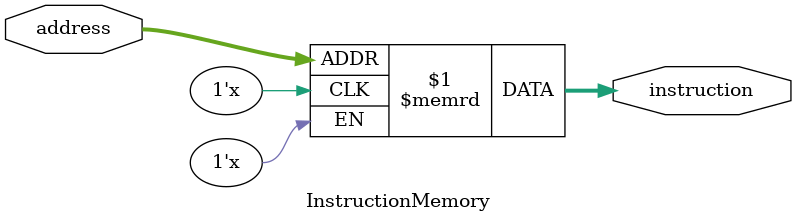
<source format=v>
module InstructionMemory (
    input [31:0] address,
    output [31:0] instruction
);

// Example memory initialized with instructions
reg [31:0] memory[255:0];

assign instruction = memory[address];

endmodule

</source>
